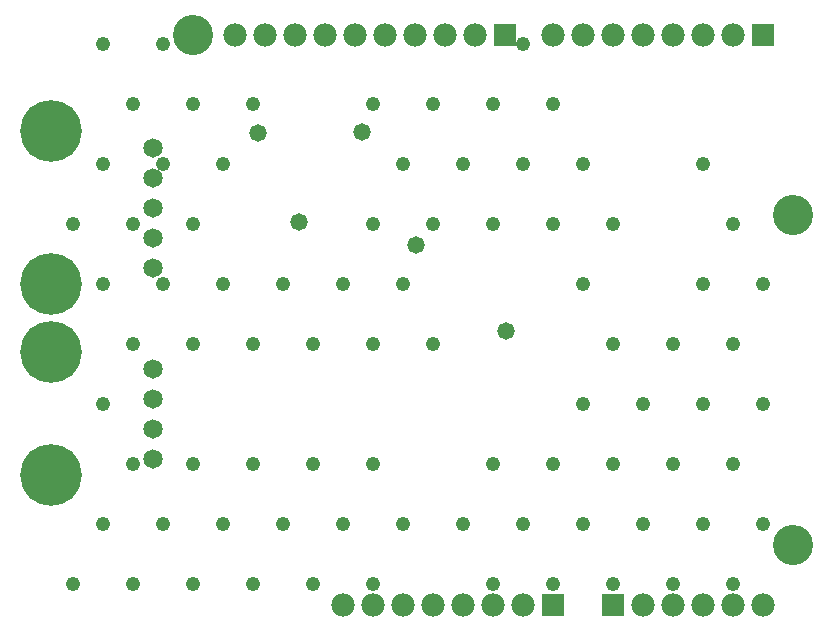
<source format=gbs>
G04 Layer_Color=16711935*
%FSLAX25Y25*%
%MOIN*%
G70*
G01*
G75*
%ADD37C,0.20551*%
%ADD38C,0.06457*%
%ADD39C,0.13398*%
%ADD40C,0.07800*%
%ADD41R,0.07800X0.07800*%
%ADD42C,0.04800*%
%ADD43C,0.05800*%
D37*
X12600Y53400D02*
D03*
Y94400D02*
D03*
X12700Y168000D02*
D03*
Y117000D02*
D03*
D38*
X46600Y58900D02*
D03*
Y68900D02*
D03*
Y78900D02*
D03*
Y88900D02*
D03*
X46700Y142500D02*
D03*
Y162500D02*
D03*
Y152500D02*
D03*
Y132500D02*
D03*
Y122500D02*
D03*
D39*
X60000Y200000D02*
D03*
X260000Y140000D02*
D03*
Y30000D02*
D03*
D40*
X160000Y10000D02*
D03*
X170000D02*
D03*
X110000D02*
D03*
X120000D02*
D03*
X130000D02*
D03*
X140000D02*
D03*
X150000D02*
D03*
X230000Y200000D02*
D03*
X240000D02*
D03*
X180000D02*
D03*
X190000D02*
D03*
X200000D02*
D03*
X210000D02*
D03*
X220000D02*
D03*
X74000D02*
D03*
X84000D02*
D03*
X94000D02*
D03*
X104000D02*
D03*
X114000D02*
D03*
X124000D02*
D03*
X134000D02*
D03*
X144000D02*
D03*
X154000D02*
D03*
X250000Y10000D02*
D03*
X240000D02*
D03*
X230000D02*
D03*
X220000D02*
D03*
X210000D02*
D03*
D41*
X180000D02*
D03*
X250000Y200000D02*
D03*
X164000D02*
D03*
X200000Y10000D02*
D03*
D42*
X240000Y137000D02*
D03*
X250000Y117000D02*
D03*
X240000Y97000D02*
D03*
X250000Y77000D02*
D03*
X240000Y57000D02*
D03*
X250000Y37000D02*
D03*
X240000Y17000D02*
D03*
X230000Y157000D02*
D03*
Y117000D02*
D03*
X220000Y97000D02*
D03*
X230000Y77000D02*
D03*
X220000Y57000D02*
D03*
X230000Y37000D02*
D03*
X220000Y17000D02*
D03*
X200000Y137000D02*
D03*
Y97000D02*
D03*
X210000Y77000D02*
D03*
X200000Y57000D02*
D03*
X210000Y37000D02*
D03*
X200000Y17000D02*
D03*
X180000Y177000D02*
D03*
X190000Y157000D02*
D03*
X180000Y137000D02*
D03*
X190000Y117000D02*
D03*
Y77000D02*
D03*
X180000Y57000D02*
D03*
X190000Y37000D02*
D03*
X180000Y17000D02*
D03*
X170000Y197000D02*
D03*
X160000Y177000D02*
D03*
X170000Y157000D02*
D03*
X160000Y137000D02*
D03*
Y57000D02*
D03*
X170000Y37000D02*
D03*
X160000Y17000D02*
D03*
X140000Y177000D02*
D03*
X150000Y157000D02*
D03*
X140000Y137000D02*
D03*
Y97000D02*
D03*
X150000Y37000D02*
D03*
X120000Y177000D02*
D03*
X130000Y157000D02*
D03*
X120000Y137000D02*
D03*
X130000Y117000D02*
D03*
X120000Y97000D02*
D03*
Y57000D02*
D03*
X130000Y37000D02*
D03*
X120000Y17000D02*
D03*
X110000Y117000D02*
D03*
X100000Y97000D02*
D03*
Y57000D02*
D03*
X110000Y37000D02*
D03*
X100000Y17000D02*
D03*
X80000Y177000D02*
D03*
X90000Y117000D02*
D03*
X80000Y97000D02*
D03*
Y57000D02*
D03*
X90000Y37000D02*
D03*
X80000Y17000D02*
D03*
X60000Y177000D02*
D03*
X70000Y157000D02*
D03*
X60000Y137000D02*
D03*
X70000Y117000D02*
D03*
X60000Y97000D02*
D03*
Y57000D02*
D03*
X70000Y37000D02*
D03*
X60000Y17000D02*
D03*
X50000Y197000D02*
D03*
X40000Y177000D02*
D03*
X50000Y157000D02*
D03*
X40000Y137000D02*
D03*
X50000Y117000D02*
D03*
X40000Y97000D02*
D03*
Y57000D02*
D03*
X50000Y37000D02*
D03*
X40000Y17000D02*
D03*
X30000Y197000D02*
D03*
Y157000D02*
D03*
X20000Y137000D02*
D03*
X30000Y117000D02*
D03*
Y77000D02*
D03*
Y37000D02*
D03*
X20000Y17000D02*
D03*
D43*
X134300Y130200D02*
D03*
X95500Y137800D02*
D03*
X164500Y101400D02*
D03*
X116500Y167600D02*
D03*
X81800Y167500D02*
D03*
M02*

</source>
